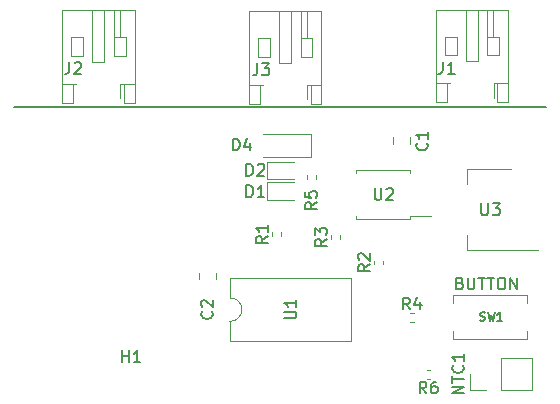
<source format=gbr>
%TF.GenerationSoftware,KiCad,Pcbnew,7.0.2*%
%TF.CreationDate,2023-10-13T13:02:29+05:00*%
%TF.ProjectId,IM100_Override,494d3130-305f-44f7-9665-72726964652e,V1.0*%
%TF.SameCoordinates,Original*%
%TF.FileFunction,Legend,Top*%
%TF.FilePolarity,Positive*%
%FSLAX46Y46*%
G04 Gerber Fmt 4.6, Leading zero omitted, Abs format (unit mm)*
G04 Created by KiCad (PCBNEW 7.0.2) date 2023-10-13 13:02:29*
%MOMM*%
%LPD*%
G01*
G04 APERTURE LIST*
%ADD10C,0.150000*%
%ADD11C,0.120000*%
G04 APERTURE END LIST*
D10*
X100000000Y-84000000D02*
X145000000Y-84000000D01*
X137728095Y-98873809D02*
X137870952Y-98921428D01*
X137870952Y-98921428D02*
X137918571Y-98969047D01*
X137918571Y-98969047D02*
X137966190Y-99064285D01*
X137966190Y-99064285D02*
X137966190Y-99207142D01*
X137966190Y-99207142D02*
X137918571Y-99302380D01*
X137918571Y-99302380D02*
X137870952Y-99350000D01*
X137870952Y-99350000D02*
X137775714Y-99397619D01*
X137775714Y-99397619D02*
X137394762Y-99397619D01*
X137394762Y-99397619D02*
X137394762Y-98397619D01*
X137394762Y-98397619D02*
X137728095Y-98397619D01*
X137728095Y-98397619D02*
X137823333Y-98445238D01*
X137823333Y-98445238D02*
X137870952Y-98492857D01*
X137870952Y-98492857D02*
X137918571Y-98588095D01*
X137918571Y-98588095D02*
X137918571Y-98683333D01*
X137918571Y-98683333D02*
X137870952Y-98778571D01*
X137870952Y-98778571D02*
X137823333Y-98826190D01*
X137823333Y-98826190D02*
X137728095Y-98873809D01*
X137728095Y-98873809D02*
X137394762Y-98873809D01*
X138394762Y-98397619D02*
X138394762Y-99207142D01*
X138394762Y-99207142D02*
X138442381Y-99302380D01*
X138442381Y-99302380D02*
X138490000Y-99350000D01*
X138490000Y-99350000D02*
X138585238Y-99397619D01*
X138585238Y-99397619D02*
X138775714Y-99397619D01*
X138775714Y-99397619D02*
X138870952Y-99350000D01*
X138870952Y-99350000D02*
X138918571Y-99302380D01*
X138918571Y-99302380D02*
X138966190Y-99207142D01*
X138966190Y-99207142D02*
X138966190Y-98397619D01*
X139299524Y-98397619D02*
X139870952Y-98397619D01*
X139585238Y-99397619D02*
X139585238Y-98397619D01*
X140061429Y-98397619D02*
X140632857Y-98397619D01*
X140347143Y-99397619D02*
X140347143Y-98397619D01*
X141156667Y-98397619D02*
X141347143Y-98397619D01*
X141347143Y-98397619D02*
X141442381Y-98445238D01*
X141442381Y-98445238D02*
X141537619Y-98540476D01*
X141537619Y-98540476D02*
X141585238Y-98730952D01*
X141585238Y-98730952D02*
X141585238Y-99064285D01*
X141585238Y-99064285D02*
X141537619Y-99254761D01*
X141537619Y-99254761D02*
X141442381Y-99350000D01*
X141442381Y-99350000D02*
X141347143Y-99397619D01*
X141347143Y-99397619D02*
X141156667Y-99397619D01*
X141156667Y-99397619D02*
X141061429Y-99350000D01*
X141061429Y-99350000D02*
X140966191Y-99254761D01*
X140966191Y-99254761D02*
X140918572Y-99064285D01*
X140918572Y-99064285D02*
X140918572Y-98730952D01*
X140918572Y-98730952D02*
X140966191Y-98540476D01*
X140966191Y-98540476D02*
X141061429Y-98445238D01*
X141061429Y-98445238D02*
X141156667Y-98397619D01*
X142013810Y-99397619D02*
X142013810Y-98397619D01*
X142013810Y-98397619D02*
X142585238Y-99397619D01*
X142585238Y-99397619D02*
X142585238Y-98397619D01*
%TO.C,J1*%
X136296666Y-80147619D02*
X136296666Y-80861904D01*
X136296666Y-80861904D02*
X136249047Y-81004761D01*
X136249047Y-81004761D02*
X136153809Y-81100000D01*
X136153809Y-81100000D02*
X136010952Y-81147619D01*
X136010952Y-81147619D02*
X135915714Y-81147619D01*
X137296666Y-81147619D02*
X136725238Y-81147619D01*
X137010952Y-81147619D02*
X137010952Y-80147619D01*
X137010952Y-80147619D02*
X136915714Y-80290476D01*
X136915714Y-80290476D02*
X136820476Y-80385714D01*
X136820476Y-80385714D02*
X136725238Y-80433333D01*
%TO.C,H1*%
X109118095Y-105542619D02*
X109118095Y-104542619D01*
X109118095Y-105018809D02*
X109689523Y-105018809D01*
X109689523Y-105542619D02*
X109689523Y-104542619D01*
X110689523Y-105542619D02*
X110118095Y-105542619D01*
X110403809Y-105542619D02*
X110403809Y-104542619D01*
X110403809Y-104542619D02*
X110308571Y-104685476D01*
X110308571Y-104685476D02*
X110213333Y-104780714D01*
X110213333Y-104780714D02*
X110118095Y-104828333D01*
%TO.C,C1*%
X134922380Y-87011666D02*
X134970000Y-87059285D01*
X134970000Y-87059285D02*
X135017619Y-87202142D01*
X135017619Y-87202142D02*
X135017619Y-87297380D01*
X135017619Y-87297380D02*
X134970000Y-87440237D01*
X134970000Y-87440237D02*
X134874761Y-87535475D01*
X134874761Y-87535475D02*
X134779523Y-87583094D01*
X134779523Y-87583094D02*
X134589047Y-87630713D01*
X134589047Y-87630713D02*
X134446190Y-87630713D01*
X134446190Y-87630713D02*
X134255714Y-87583094D01*
X134255714Y-87583094D02*
X134160476Y-87535475D01*
X134160476Y-87535475D02*
X134065238Y-87440237D01*
X134065238Y-87440237D02*
X134017619Y-87297380D01*
X134017619Y-87297380D02*
X134017619Y-87202142D01*
X134017619Y-87202142D02*
X134065238Y-87059285D01*
X134065238Y-87059285D02*
X134112857Y-87011666D01*
X135017619Y-86059285D02*
X135017619Y-86630713D01*
X135017619Y-86344999D02*
X134017619Y-86344999D01*
X134017619Y-86344999D02*
X134160476Y-86440237D01*
X134160476Y-86440237D02*
X134255714Y-86535475D01*
X134255714Y-86535475D02*
X134303333Y-86630713D01*
%TO.C,C2*%
X116727380Y-101261666D02*
X116775000Y-101309285D01*
X116775000Y-101309285D02*
X116822619Y-101452142D01*
X116822619Y-101452142D02*
X116822619Y-101547380D01*
X116822619Y-101547380D02*
X116775000Y-101690237D01*
X116775000Y-101690237D02*
X116679761Y-101785475D01*
X116679761Y-101785475D02*
X116584523Y-101833094D01*
X116584523Y-101833094D02*
X116394047Y-101880713D01*
X116394047Y-101880713D02*
X116251190Y-101880713D01*
X116251190Y-101880713D02*
X116060714Y-101833094D01*
X116060714Y-101833094D02*
X115965476Y-101785475D01*
X115965476Y-101785475D02*
X115870238Y-101690237D01*
X115870238Y-101690237D02*
X115822619Y-101547380D01*
X115822619Y-101547380D02*
X115822619Y-101452142D01*
X115822619Y-101452142D02*
X115870238Y-101309285D01*
X115870238Y-101309285D02*
X115917857Y-101261666D01*
X115917857Y-100880713D02*
X115870238Y-100833094D01*
X115870238Y-100833094D02*
X115822619Y-100737856D01*
X115822619Y-100737856D02*
X115822619Y-100499761D01*
X115822619Y-100499761D02*
X115870238Y-100404523D01*
X115870238Y-100404523D02*
X115917857Y-100356904D01*
X115917857Y-100356904D02*
X116013095Y-100309285D01*
X116013095Y-100309285D02*
X116108333Y-100309285D01*
X116108333Y-100309285D02*
X116251190Y-100356904D01*
X116251190Y-100356904D02*
X116822619Y-100928332D01*
X116822619Y-100928332D02*
X116822619Y-100309285D01*
%TO.C,SW1*%
X139446666Y-102005500D02*
X139546666Y-102038833D01*
X139546666Y-102038833D02*
X139713333Y-102038833D01*
X139713333Y-102038833D02*
X139779999Y-102005500D01*
X139779999Y-102005500D02*
X139813333Y-101972166D01*
X139813333Y-101972166D02*
X139846666Y-101905500D01*
X139846666Y-101905500D02*
X139846666Y-101838833D01*
X139846666Y-101838833D02*
X139813333Y-101772166D01*
X139813333Y-101772166D02*
X139779999Y-101738833D01*
X139779999Y-101738833D02*
X139713333Y-101705500D01*
X139713333Y-101705500D02*
X139579999Y-101672166D01*
X139579999Y-101672166D02*
X139513333Y-101638833D01*
X139513333Y-101638833D02*
X139479999Y-101605500D01*
X139479999Y-101605500D02*
X139446666Y-101538833D01*
X139446666Y-101538833D02*
X139446666Y-101472166D01*
X139446666Y-101472166D02*
X139479999Y-101405500D01*
X139479999Y-101405500D02*
X139513333Y-101372166D01*
X139513333Y-101372166D02*
X139579999Y-101338833D01*
X139579999Y-101338833D02*
X139746666Y-101338833D01*
X139746666Y-101338833D02*
X139846666Y-101372166D01*
X140080000Y-101338833D02*
X140246666Y-102038833D01*
X140246666Y-102038833D02*
X140380000Y-101538833D01*
X140380000Y-101538833D02*
X140513333Y-102038833D01*
X140513333Y-102038833D02*
X140680000Y-101338833D01*
X141313333Y-102038833D02*
X140913333Y-102038833D01*
X141113333Y-102038833D02*
X141113333Y-101338833D01*
X141113333Y-101338833D02*
X141046666Y-101438833D01*
X141046666Y-101438833D02*
X140980000Y-101505500D01*
X140980000Y-101505500D02*
X140913333Y-101538833D01*
%TO.C,J3*%
X120581666Y-80262619D02*
X120581666Y-80976904D01*
X120581666Y-80976904D02*
X120534047Y-81119761D01*
X120534047Y-81119761D02*
X120438809Y-81215000D01*
X120438809Y-81215000D02*
X120295952Y-81262619D01*
X120295952Y-81262619D02*
X120200714Y-81262619D01*
X120962619Y-80262619D02*
X121581666Y-80262619D01*
X121581666Y-80262619D02*
X121248333Y-80643571D01*
X121248333Y-80643571D02*
X121391190Y-80643571D01*
X121391190Y-80643571D02*
X121486428Y-80691190D01*
X121486428Y-80691190D02*
X121534047Y-80738809D01*
X121534047Y-80738809D02*
X121581666Y-80834047D01*
X121581666Y-80834047D02*
X121581666Y-81072142D01*
X121581666Y-81072142D02*
X121534047Y-81167380D01*
X121534047Y-81167380D02*
X121486428Y-81215000D01*
X121486428Y-81215000D02*
X121391190Y-81262619D01*
X121391190Y-81262619D02*
X121105476Y-81262619D01*
X121105476Y-81262619D02*
X121010238Y-81215000D01*
X121010238Y-81215000D02*
X120962619Y-81167380D01*
%TO.C,R1*%
X121457619Y-94901666D02*
X120981428Y-95234999D01*
X121457619Y-95473094D02*
X120457619Y-95473094D01*
X120457619Y-95473094D02*
X120457619Y-95092142D01*
X120457619Y-95092142D02*
X120505238Y-94996904D01*
X120505238Y-94996904D02*
X120552857Y-94949285D01*
X120552857Y-94949285D02*
X120648095Y-94901666D01*
X120648095Y-94901666D02*
X120790952Y-94901666D01*
X120790952Y-94901666D02*
X120886190Y-94949285D01*
X120886190Y-94949285D02*
X120933809Y-94996904D01*
X120933809Y-94996904D02*
X120981428Y-95092142D01*
X120981428Y-95092142D02*
X120981428Y-95473094D01*
X121457619Y-93949285D02*
X121457619Y-94520713D01*
X121457619Y-94234999D02*
X120457619Y-94234999D01*
X120457619Y-94234999D02*
X120600476Y-94330237D01*
X120600476Y-94330237D02*
X120695714Y-94425475D01*
X120695714Y-94425475D02*
X120743333Y-94520713D01*
%TO.C,R3*%
X126467619Y-95131666D02*
X125991428Y-95464999D01*
X126467619Y-95703094D02*
X125467619Y-95703094D01*
X125467619Y-95703094D02*
X125467619Y-95322142D01*
X125467619Y-95322142D02*
X125515238Y-95226904D01*
X125515238Y-95226904D02*
X125562857Y-95179285D01*
X125562857Y-95179285D02*
X125658095Y-95131666D01*
X125658095Y-95131666D02*
X125800952Y-95131666D01*
X125800952Y-95131666D02*
X125896190Y-95179285D01*
X125896190Y-95179285D02*
X125943809Y-95226904D01*
X125943809Y-95226904D02*
X125991428Y-95322142D01*
X125991428Y-95322142D02*
X125991428Y-95703094D01*
X125467619Y-94798332D02*
X125467619Y-94179285D01*
X125467619Y-94179285D02*
X125848571Y-94512618D01*
X125848571Y-94512618D02*
X125848571Y-94369761D01*
X125848571Y-94369761D02*
X125896190Y-94274523D01*
X125896190Y-94274523D02*
X125943809Y-94226904D01*
X125943809Y-94226904D02*
X126039047Y-94179285D01*
X126039047Y-94179285D02*
X126277142Y-94179285D01*
X126277142Y-94179285D02*
X126372380Y-94226904D01*
X126372380Y-94226904D02*
X126420000Y-94274523D01*
X126420000Y-94274523D02*
X126467619Y-94369761D01*
X126467619Y-94369761D02*
X126467619Y-94655475D01*
X126467619Y-94655475D02*
X126420000Y-94750713D01*
X126420000Y-94750713D02*
X126372380Y-94798332D01*
%TO.C,J2*%
X104676666Y-80142619D02*
X104676666Y-80856904D01*
X104676666Y-80856904D02*
X104629047Y-80999761D01*
X104629047Y-80999761D02*
X104533809Y-81095000D01*
X104533809Y-81095000D02*
X104390952Y-81142619D01*
X104390952Y-81142619D02*
X104295714Y-81142619D01*
X105105238Y-80237857D02*
X105152857Y-80190238D01*
X105152857Y-80190238D02*
X105248095Y-80142619D01*
X105248095Y-80142619D02*
X105486190Y-80142619D01*
X105486190Y-80142619D02*
X105581428Y-80190238D01*
X105581428Y-80190238D02*
X105629047Y-80237857D01*
X105629047Y-80237857D02*
X105676666Y-80333095D01*
X105676666Y-80333095D02*
X105676666Y-80428333D01*
X105676666Y-80428333D02*
X105629047Y-80571190D01*
X105629047Y-80571190D02*
X105057619Y-81142619D01*
X105057619Y-81142619D02*
X105676666Y-81142619D01*
%TO.C,R2*%
X130107619Y-97291666D02*
X129631428Y-97624999D01*
X130107619Y-97863094D02*
X129107619Y-97863094D01*
X129107619Y-97863094D02*
X129107619Y-97482142D01*
X129107619Y-97482142D02*
X129155238Y-97386904D01*
X129155238Y-97386904D02*
X129202857Y-97339285D01*
X129202857Y-97339285D02*
X129298095Y-97291666D01*
X129298095Y-97291666D02*
X129440952Y-97291666D01*
X129440952Y-97291666D02*
X129536190Y-97339285D01*
X129536190Y-97339285D02*
X129583809Y-97386904D01*
X129583809Y-97386904D02*
X129631428Y-97482142D01*
X129631428Y-97482142D02*
X129631428Y-97863094D01*
X129202857Y-96910713D02*
X129155238Y-96863094D01*
X129155238Y-96863094D02*
X129107619Y-96767856D01*
X129107619Y-96767856D02*
X129107619Y-96529761D01*
X129107619Y-96529761D02*
X129155238Y-96434523D01*
X129155238Y-96434523D02*
X129202857Y-96386904D01*
X129202857Y-96386904D02*
X129298095Y-96339285D01*
X129298095Y-96339285D02*
X129393333Y-96339285D01*
X129393333Y-96339285D02*
X129536190Y-96386904D01*
X129536190Y-96386904D02*
X130107619Y-96958332D01*
X130107619Y-96958332D02*
X130107619Y-96339285D01*
%TO.C,D1*%
X119651905Y-91587619D02*
X119651905Y-90587619D01*
X119651905Y-90587619D02*
X119890000Y-90587619D01*
X119890000Y-90587619D02*
X120032857Y-90635238D01*
X120032857Y-90635238D02*
X120128095Y-90730476D01*
X120128095Y-90730476D02*
X120175714Y-90825714D01*
X120175714Y-90825714D02*
X120223333Y-91016190D01*
X120223333Y-91016190D02*
X120223333Y-91159047D01*
X120223333Y-91159047D02*
X120175714Y-91349523D01*
X120175714Y-91349523D02*
X120128095Y-91444761D01*
X120128095Y-91444761D02*
X120032857Y-91540000D01*
X120032857Y-91540000D02*
X119890000Y-91587619D01*
X119890000Y-91587619D02*
X119651905Y-91587619D01*
X121175714Y-91587619D02*
X120604286Y-91587619D01*
X120890000Y-91587619D02*
X120890000Y-90587619D01*
X120890000Y-90587619D02*
X120794762Y-90730476D01*
X120794762Y-90730476D02*
X120699524Y-90825714D01*
X120699524Y-90825714D02*
X120604286Y-90873333D01*
%TO.C,U2*%
X130518095Y-90827619D02*
X130518095Y-91637142D01*
X130518095Y-91637142D02*
X130565714Y-91732380D01*
X130565714Y-91732380D02*
X130613333Y-91780000D01*
X130613333Y-91780000D02*
X130708571Y-91827619D01*
X130708571Y-91827619D02*
X130899047Y-91827619D01*
X130899047Y-91827619D02*
X130994285Y-91780000D01*
X130994285Y-91780000D02*
X131041904Y-91732380D01*
X131041904Y-91732380D02*
X131089523Y-91637142D01*
X131089523Y-91637142D02*
X131089523Y-90827619D01*
X131518095Y-90922857D02*
X131565714Y-90875238D01*
X131565714Y-90875238D02*
X131660952Y-90827619D01*
X131660952Y-90827619D02*
X131899047Y-90827619D01*
X131899047Y-90827619D02*
X131994285Y-90875238D01*
X131994285Y-90875238D02*
X132041904Y-90922857D01*
X132041904Y-90922857D02*
X132089523Y-91018095D01*
X132089523Y-91018095D02*
X132089523Y-91113333D01*
X132089523Y-91113333D02*
X132041904Y-91256190D01*
X132041904Y-91256190D02*
X131470476Y-91827619D01*
X131470476Y-91827619D02*
X132089523Y-91827619D01*
%TO.C,R4*%
X133503333Y-101092619D02*
X133170000Y-100616428D01*
X132931905Y-101092619D02*
X132931905Y-100092619D01*
X132931905Y-100092619D02*
X133312857Y-100092619D01*
X133312857Y-100092619D02*
X133408095Y-100140238D01*
X133408095Y-100140238D02*
X133455714Y-100187857D01*
X133455714Y-100187857D02*
X133503333Y-100283095D01*
X133503333Y-100283095D02*
X133503333Y-100425952D01*
X133503333Y-100425952D02*
X133455714Y-100521190D01*
X133455714Y-100521190D02*
X133408095Y-100568809D01*
X133408095Y-100568809D02*
X133312857Y-100616428D01*
X133312857Y-100616428D02*
X132931905Y-100616428D01*
X134360476Y-100425952D02*
X134360476Y-101092619D01*
X134122381Y-100045000D02*
X133884286Y-100759285D01*
X133884286Y-100759285D02*
X134503333Y-100759285D01*
%TO.C,R6*%
X134893333Y-108202619D02*
X134560000Y-107726428D01*
X134321905Y-108202619D02*
X134321905Y-107202619D01*
X134321905Y-107202619D02*
X134702857Y-107202619D01*
X134702857Y-107202619D02*
X134798095Y-107250238D01*
X134798095Y-107250238D02*
X134845714Y-107297857D01*
X134845714Y-107297857D02*
X134893333Y-107393095D01*
X134893333Y-107393095D02*
X134893333Y-107535952D01*
X134893333Y-107535952D02*
X134845714Y-107631190D01*
X134845714Y-107631190D02*
X134798095Y-107678809D01*
X134798095Y-107678809D02*
X134702857Y-107726428D01*
X134702857Y-107726428D02*
X134321905Y-107726428D01*
X135750476Y-107202619D02*
X135560000Y-107202619D01*
X135560000Y-107202619D02*
X135464762Y-107250238D01*
X135464762Y-107250238D02*
X135417143Y-107297857D01*
X135417143Y-107297857D02*
X135321905Y-107440714D01*
X135321905Y-107440714D02*
X135274286Y-107631190D01*
X135274286Y-107631190D02*
X135274286Y-108012142D01*
X135274286Y-108012142D02*
X135321905Y-108107380D01*
X135321905Y-108107380D02*
X135369524Y-108155000D01*
X135369524Y-108155000D02*
X135464762Y-108202619D01*
X135464762Y-108202619D02*
X135655238Y-108202619D01*
X135655238Y-108202619D02*
X135750476Y-108155000D01*
X135750476Y-108155000D02*
X135798095Y-108107380D01*
X135798095Y-108107380D02*
X135845714Y-108012142D01*
X135845714Y-108012142D02*
X135845714Y-107774047D01*
X135845714Y-107774047D02*
X135798095Y-107678809D01*
X135798095Y-107678809D02*
X135750476Y-107631190D01*
X135750476Y-107631190D02*
X135655238Y-107583571D01*
X135655238Y-107583571D02*
X135464762Y-107583571D01*
X135464762Y-107583571D02*
X135369524Y-107631190D01*
X135369524Y-107631190D02*
X135321905Y-107678809D01*
X135321905Y-107678809D02*
X135274286Y-107774047D01*
%TO.C,D4*%
X118511905Y-87637619D02*
X118511905Y-86637619D01*
X118511905Y-86637619D02*
X118750000Y-86637619D01*
X118750000Y-86637619D02*
X118892857Y-86685238D01*
X118892857Y-86685238D02*
X118988095Y-86780476D01*
X118988095Y-86780476D02*
X119035714Y-86875714D01*
X119035714Y-86875714D02*
X119083333Y-87066190D01*
X119083333Y-87066190D02*
X119083333Y-87209047D01*
X119083333Y-87209047D02*
X119035714Y-87399523D01*
X119035714Y-87399523D02*
X118988095Y-87494761D01*
X118988095Y-87494761D02*
X118892857Y-87590000D01*
X118892857Y-87590000D02*
X118750000Y-87637619D01*
X118750000Y-87637619D02*
X118511905Y-87637619D01*
X119940476Y-86970952D02*
X119940476Y-87637619D01*
X119702381Y-86590000D02*
X119464286Y-87304285D01*
X119464286Y-87304285D02*
X120083333Y-87304285D01*
%TO.C,U1*%
X122862619Y-101856904D02*
X123672142Y-101856904D01*
X123672142Y-101856904D02*
X123767380Y-101809285D01*
X123767380Y-101809285D02*
X123815000Y-101761666D01*
X123815000Y-101761666D02*
X123862619Y-101666428D01*
X123862619Y-101666428D02*
X123862619Y-101475952D01*
X123862619Y-101475952D02*
X123815000Y-101380714D01*
X123815000Y-101380714D02*
X123767380Y-101333095D01*
X123767380Y-101333095D02*
X123672142Y-101285476D01*
X123672142Y-101285476D02*
X122862619Y-101285476D01*
X123862619Y-100285476D02*
X123862619Y-100856904D01*
X123862619Y-100571190D02*
X122862619Y-100571190D01*
X122862619Y-100571190D02*
X123005476Y-100666428D01*
X123005476Y-100666428D02*
X123100714Y-100761666D01*
X123100714Y-100761666D02*
X123148333Y-100856904D01*
%TO.C,D2*%
X119661905Y-89772619D02*
X119661905Y-88772619D01*
X119661905Y-88772619D02*
X119900000Y-88772619D01*
X119900000Y-88772619D02*
X120042857Y-88820238D01*
X120042857Y-88820238D02*
X120138095Y-88915476D01*
X120138095Y-88915476D02*
X120185714Y-89010714D01*
X120185714Y-89010714D02*
X120233333Y-89201190D01*
X120233333Y-89201190D02*
X120233333Y-89344047D01*
X120233333Y-89344047D02*
X120185714Y-89534523D01*
X120185714Y-89534523D02*
X120138095Y-89629761D01*
X120138095Y-89629761D02*
X120042857Y-89725000D01*
X120042857Y-89725000D02*
X119900000Y-89772619D01*
X119900000Y-89772619D02*
X119661905Y-89772619D01*
X120614286Y-88867857D02*
X120661905Y-88820238D01*
X120661905Y-88820238D02*
X120757143Y-88772619D01*
X120757143Y-88772619D02*
X120995238Y-88772619D01*
X120995238Y-88772619D02*
X121090476Y-88820238D01*
X121090476Y-88820238D02*
X121138095Y-88867857D01*
X121138095Y-88867857D02*
X121185714Y-88963095D01*
X121185714Y-88963095D02*
X121185714Y-89058333D01*
X121185714Y-89058333D02*
X121138095Y-89201190D01*
X121138095Y-89201190D02*
X120566667Y-89772619D01*
X120566667Y-89772619D02*
X121185714Y-89772619D01*
%TO.C,R5*%
X125617619Y-92031666D02*
X125141428Y-92364999D01*
X125617619Y-92603094D02*
X124617619Y-92603094D01*
X124617619Y-92603094D02*
X124617619Y-92222142D01*
X124617619Y-92222142D02*
X124665238Y-92126904D01*
X124665238Y-92126904D02*
X124712857Y-92079285D01*
X124712857Y-92079285D02*
X124808095Y-92031666D01*
X124808095Y-92031666D02*
X124950952Y-92031666D01*
X124950952Y-92031666D02*
X125046190Y-92079285D01*
X125046190Y-92079285D02*
X125093809Y-92126904D01*
X125093809Y-92126904D02*
X125141428Y-92222142D01*
X125141428Y-92222142D02*
X125141428Y-92603094D01*
X124617619Y-91126904D02*
X124617619Y-91603094D01*
X124617619Y-91603094D02*
X125093809Y-91650713D01*
X125093809Y-91650713D02*
X125046190Y-91603094D01*
X125046190Y-91603094D02*
X124998571Y-91507856D01*
X124998571Y-91507856D02*
X124998571Y-91269761D01*
X124998571Y-91269761D02*
X125046190Y-91174523D01*
X125046190Y-91174523D02*
X125093809Y-91126904D01*
X125093809Y-91126904D02*
X125189047Y-91079285D01*
X125189047Y-91079285D02*
X125427142Y-91079285D01*
X125427142Y-91079285D02*
X125522380Y-91126904D01*
X125522380Y-91126904D02*
X125570000Y-91174523D01*
X125570000Y-91174523D02*
X125617619Y-91269761D01*
X125617619Y-91269761D02*
X125617619Y-91507856D01*
X125617619Y-91507856D02*
X125570000Y-91603094D01*
X125570000Y-91603094D02*
X125522380Y-91650713D01*
%TO.C,U3*%
X139543095Y-92117619D02*
X139543095Y-92927142D01*
X139543095Y-92927142D02*
X139590714Y-93022380D01*
X139590714Y-93022380D02*
X139638333Y-93070000D01*
X139638333Y-93070000D02*
X139733571Y-93117619D01*
X139733571Y-93117619D02*
X139924047Y-93117619D01*
X139924047Y-93117619D02*
X140019285Y-93070000D01*
X140019285Y-93070000D02*
X140066904Y-93022380D01*
X140066904Y-93022380D02*
X140114523Y-92927142D01*
X140114523Y-92927142D02*
X140114523Y-92117619D01*
X140495476Y-92117619D02*
X141114523Y-92117619D01*
X141114523Y-92117619D02*
X140781190Y-92498571D01*
X140781190Y-92498571D02*
X140924047Y-92498571D01*
X140924047Y-92498571D02*
X141019285Y-92546190D01*
X141019285Y-92546190D02*
X141066904Y-92593809D01*
X141066904Y-92593809D02*
X141114523Y-92689047D01*
X141114523Y-92689047D02*
X141114523Y-92927142D01*
X141114523Y-92927142D02*
X141066904Y-93022380D01*
X141066904Y-93022380D02*
X141019285Y-93070000D01*
X141019285Y-93070000D02*
X140924047Y-93117619D01*
X140924047Y-93117619D02*
X140638333Y-93117619D01*
X140638333Y-93117619D02*
X140543095Y-93070000D01*
X140543095Y-93070000D02*
X140495476Y-93022380D01*
%TO.C,NTC1*%
X138062619Y-108212856D02*
X137062619Y-108212856D01*
X137062619Y-108212856D02*
X138062619Y-107641428D01*
X138062619Y-107641428D02*
X137062619Y-107641428D01*
X137062619Y-107308094D02*
X137062619Y-106736666D01*
X138062619Y-107022380D02*
X137062619Y-107022380D01*
X137967380Y-105831904D02*
X138015000Y-105879523D01*
X138015000Y-105879523D02*
X138062619Y-106022380D01*
X138062619Y-106022380D02*
X138062619Y-106117618D01*
X138062619Y-106117618D02*
X138015000Y-106260475D01*
X138015000Y-106260475D02*
X137919761Y-106355713D01*
X137919761Y-106355713D02*
X137824523Y-106403332D01*
X137824523Y-106403332D02*
X137634047Y-106450951D01*
X137634047Y-106450951D02*
X137491190Y-106450951D01*
X137491190Y-106450951D02*
X137300714Y-106403332D01*
X137300714Y-106403332D02*
X137205476Y-106355713D01*
X137205476Y-106355713D02*
X137110238Y-106260475D01*
X137110238Y-106260475D02*
X137062619Y-106117618D01*
X137062619Y-106117618D02*
X137062619Y-106022380D01*
X137062619Y-106022380D02*
X137110238Y-105879523D01*
X137110238Y-105879523D02*
X137157857Y-105831904D01*
X138062619Y-104879523D02*
X138062619Y-105450951D01*
X138062619Y-105165237D02*
X137062619Y-105165237D01*
X137062619Y-105165237D02*
X137205476Y-105260475D01*
X137205476Y-105260475D02*
X137300714Y-105355713D01*
X137300714Y-105355713D02*
X137348333Y-105450951D01*
D11*
%TO.C,J1*%
X141830000Y-83555000D02*
X141830000Y-75735000D01*
X141830000Y-81955000D02*
X140910000Y-81955000D01*
X141830000Y-75735000D02*
X135710000Y-75735000D01*
X141070000Y-79595000D02*
X141070000Y-77995000D01*
X141070000Y-77995000D02*
X140070000Y-77995000D01*
X140910000Y-83555000D02*
X141830000Y-83555000D01*
X140910000Y-81955000D02*
X140910000Y-83555000D01*
X140630000Y-81955000D02*
X140910000Y-81955000D01*
X140630000Y-81955000D02*
X140630000Y-83170000D01*
X140570000Y-77995000D02*
X140570000Y-75735000D01*
X140070000Y-79595000D02*
X141070000Y-79595000D01*
X140070000Y-77995000D02*
X140070000Y-79595000D01*
X140070000Y-77995000D02*
X140070000Y-75735000D01*
X139270000Y-80095000D02*
X138270000Y-80095000D01*
X139270000Y-75735000D02*
X139270000Y-80095000D01*
X138270000Y-80095000D02*
X138270000Y-75735000D01*
X137470000Y-79595000D02*
X136470000Y-79595000D01*
X137470000Y-77995000D02*
X137470000Y-79595000D01*
X136630000Y-83555000D02*
X136630000Y-81955000D01*
X136630000Y-81955000D02*
X136910000Y-81955000D01*
X136470000Y-79595000D02*
X136470000Y-77995000D01*
X136470000Y-77995000D02*
X137470000Y-77995000D01*
X135710000Y-83555000D02*
X136630000Y-83555000D01*
X135710000Y-81955000D02*
X136630000Y-81955000D01*
X135710000Y-75735000D02*
X135710000Y-83555000D01*
%TO.C,C1*%
X132050000Y-87056252D02*
X132050000Y-86533748D01*
X133520000Y-87056252D02*
X133520000Y-86533748D01*
%TO.C,C2*%
X117095000Y-97988748D02*
X117095000Y-98511252D01*
X115625000Y-97988748D02*
X115625000Y-98511252D01*
%TO.C,SW1*%
X137185000Y-99885000D02*
X137185000Y-100535000D01*
X137185000Y-102935000D02*
X137185000Y-103585000D01*
X137185000Y-103585000D02*
X143385000Y-103585000D01*
X143385000Y-99885000D02*
X137185000Y-99885000D01*
X143385000Y-99885000D02*
X143385000Y-100535000D01*
X143385000Y-103585000D02*
X143385000Y-102935000D01*
%TO.C,J3*%
X126010000Y-83670000D02*
X126010000Y-75850000D01*
X126010000Y-82070000D02*
X125090000Y-82070000D01*
X126010000Y-75850000D02*
X119890000Y-75850000D01*
X125250000Y-79710000D02*
X125250000Y-78110000D01*
X125250000Y-78110000D02*
X124250000Y-78110000D01*
X125090000Y-83670000D02*
X126010000Y-83670000D01*
X125090000Y-82070000D02*
X125090000Y-83670000D01*
X124810000Y-82070000D02*
X125090000Y-82070000D01*
X124810000Y-82070000D02*
X124810000Y-83285000D01*
X124750000Y-78110000D02*
X124750000Y-75850000D01*
X124250000Y-79710000D02*
X125250000Y-79710000D01*
X124250000Y-78110000D02*
X124250000Y-79710000D01*
X124250000Y-78110000D02*
X124250000Y-75850000D01*
X123450000Y-80210000D02*
X122450000Y-80210000D01*
X123450000Y-75850000D02*
X123450000Y-80210000D01*
X122450000Y-80210000D02*
X122450000Y-75850000D01*
X121650000Y-79710000D02*
X120650000Y-79710000D01*
X121650000Y-78110000D02*
X121650000Y-79710000D01*
X120810000Y-83670000D02*
X120810000Y-82070000D01*
X120810000Y-82070000D02*
X121090000Y-82070000D01*
X120650000Y-79710000D02*
X120650000Y-78110000D01*
X120650000Y-78110000D02*
X121650000Y-78110000D01*
X119890000Y-83670000D02*
X120810000Y-83670000D01*
X119890000Y-82070000D02*
X120810000Y-82070000D01*
X119890000Y-75850000D02*
X119890000Y-83670000D01*
%TO.C,R1*%
X121785000Y-94888641D02*
X121785000Y-94581359D01*
X122545000Y-94888641D02*
X122545000Y-94581359D01*
%TO.C,R3*%
X126795000Y-95118641D02*
X126795000Y-94811359D01*
X127555000Y-95118641D02*
X127555000Y-94811359D01*
%TO.C,J2*%
X110185000Y-83585000D02*
X110185000Y-75765000D01*
X110185000Y-81985000D02*
X109265000Y-81985000D01*
X110185000Y-75765000D02*
X104065000Y-75765000D01*
X109425000Y-79625000D02*
X109425000Y-78025000D01*
X109425000Y-78025000D02*
X108425000Y-78025000D01*
X109265000Y-83585000D02*
X110185000Y-83585000D01*
X109265000Y-81985000D02*
X109265000Y-83585000D01*
X108985000Y-81985000D02*
X109265000Y-81985000D01*
X108985000Y-81985000D02*
X108985000Y-83200000D01*
X108925000Y-78025000D02*
X108925000Y-75765000D01*
X108425000Y-79625000D02*
X109425000Y-79625000D01*
X108425000Y-78025000D02*
X108425000Y-79625000D01*
X108425000Y-78025000D02*
X108425000Y-75765000D01*
X107625000Y-80125000D02*
X106625000Y-80125000D01*
X107625000Y-75765000D02*
X107625000Y-80125000D01*
X106625000Y-80125000D02*
X106625000Y-75765000D01*
X105825000Y-79625000D02*
X104825000Y-79625000D01*
X105825000Y-78025000D02*
X105825000Y-79625000D01*
X104985000Y-83585000D02*
X104985000Y-81985000D01*
X104985000Y-81985000D02*
X105265000Y-81985000D01*
X104825000Y-79625000D02*
X104825000Y-78025000D01*
X104825000Y-78025000D02*
X105825000Y-78025000D01*
X104065000Y-83585000D02*
X104985000Y-83585000D01*
X104065000Y-81985000D02*
X104985000Y-81985000D01*
X104065000Y-75765000D02*
X104065000Y-83585000D01*
%TO.C,R2*%
X130435000Y-97278641D02*
X130435000Y-96971359D01*
X131195000Y-97278641D02*
X131195000Y-96971359D01*
%TO.C,D1*%
X121402500Y-90320000D02*
X121402500Y-91790000D01*
X121402500Y-91790000D02*
X123687500Y-91790000D01*
X123687500Y-90320000D02*
X121402500Y-90320000D01*
%TO.C,U2*%
X133535000Y-93405000D02*
X133535000Y-93175000D01*
X133535000Y-93175000D02*
X135275000Y-93175000D01*
X133535000Y-89285000D02*
X133535000Y-89515000D01*
X131225000Y-93405000D02*
X133535000Y-93405000D01*
X131225000Y-93405000D02*
X128915000Y-93405000D01*
X131225000Y-89285000D02*
X133535000Y-89285000D01*
X131225000Y-89285000D02*
X128915000Y-89285000D01*
X128915000Y-93405000D02*
X128915000Y-93175000D01*
X128915000Y-89285000D02*
X128915000Y-89515000D01*
%TO.C,R4*%
X133516359Y-101420000D02*
X133823641Y-101420000D01*
X133516359Y-102180000D02*
X133823641Y-102180000D01*
%TO.C,R6*%
X135213641Y-106950000D02*
X134906359Y-106950000D01*
X135213641Y-106190000D02*
X134906359Y-106190000D01*
%TO.C,D4*%
X125100000Y-88225000D02*
X125100000Y-86225000D01*
X125100000Y-88225000D02*
X121090000Y-88225000D01*
X125100000Y-86225000D02*
X121090000Y-86225000D01*
%TO.C,U1*%
X118260000Y-103760000D02*
X128540000Y-103760000D01*
X128540000Y-103760000D02*
X128540000Y-98460000D01*
X118260000Y-102110000D02*
X118260000Y-103760000D01*
X118260000Y-98460000D02*
X118260000Y-100110000D01*
X128540000Y-98460000D02*
X118260000Y-98460000D01*
X118260000Y-102110000D02*
G75*
G03*
X118260000Y-100110000I0J1000000D01*
G01*
%TO.C,D2*%
X121392500Y-88620000D02*
X121392500Y-90090000D01*
X121392500Y-90090000D02*
X123677500Y-90090000D01*
X123677500Y-88620000D02*
X121392500Y-88620000D01*
%TO.C,R5*%
X124820000Y-90028641D02*
X124820000Y-89721359D01*
X125580000Y-90028641D02*
X125580000Y-89721359D01*
%TO.C,U3*%
X144305000Y-96035000D02*
X138295000Y-96035000D01*
X142055000Y-89215000D02*
X138295000Y-89215000D01*
X138295000Y-96035000D02*
X138295000Y-94775000D01*
X138295000Y-89215000D02*
X138295000Y-90475000D01*
%TO.C,NTC1*%
X138600000Y-107900000D02*
X138600000Y-106570000D01*
X139930000Y-107900000D02*
X138600000Y-107900000D01*
X141200000Y-107900000D02*
X143800000Y-107900000D01*
X141200000Y-107900000D02*
X141200000Y-105240000D01*
X143800000Y-107900000D02*
X143800000Y-105240000D01*
X141200000Y-105240000D02*
X143800000Y-105240000D01*
%TD*%
M02*

</source>
